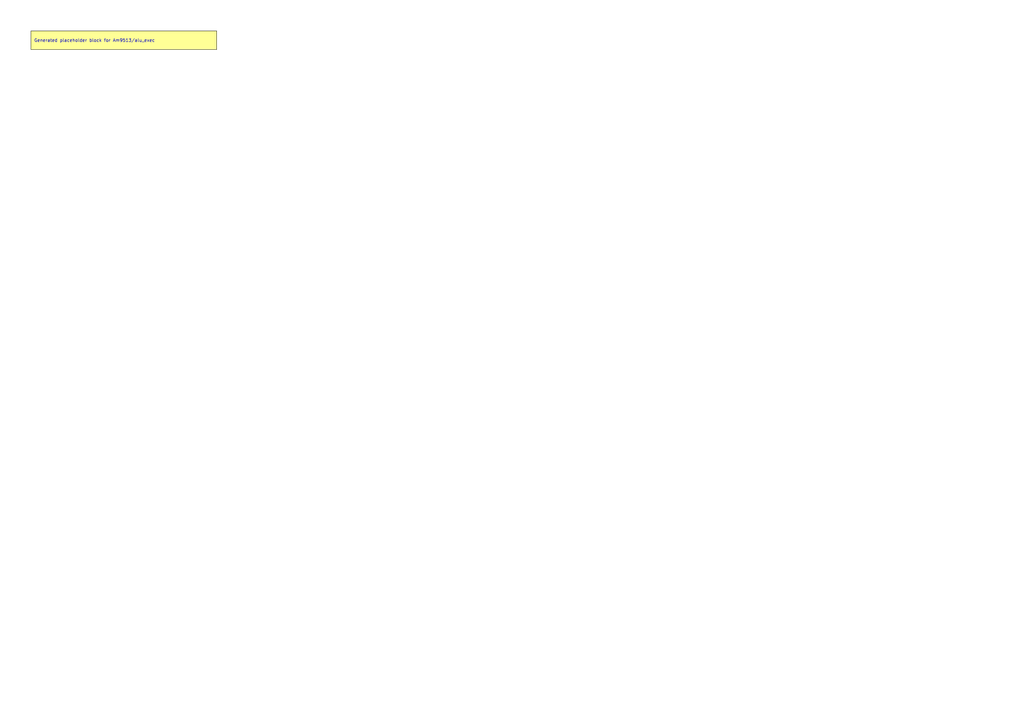
<source format=kicad_sch>
(kicad_sch
	(version 20250114)
	(generator "kicadgen")
	(generator_version "0.1")
	(uuid "e4804e16-f14f-50cb-8e49-040099753c5a")
	(paper "A3")
	(title_block
		(title "Am9513::alu_exec")
		(company "Project Carbon")
		(comment 1 "Generated - do not edit in generated/")
		(comment 2 "Edit in schem/kicad9/manual/ or refine mapping specs")
	)
	(lib_symbols)
	(text_box
		"Generated placeholder block for Am9513/alu_exec"
		(exclude_from_sim no)
		(at
			12.7
			12.7
			0
		)
		(size 76.2 7.62)
		(margins
			1.27
			1.27
			1.27
			1.27
		)
		(stroke
			(width 0)
			(type default)
			(color
				0
				0
				0
				1
			)
		)
		(fill
			(type color)
			(color
				255
				255
				150
				1
			)
		)
		(effects
			(font
				(size 1.27 1.27)
			)
			(justify left)
		)
		(uuid "fa46db08-a87a-5067-9d75-8fcc8877ef05")
	)
	(sheet_instances
		(path
			"/"
			(page "1")
		)
	)
	(embedded_fonts no)
)

</source>
